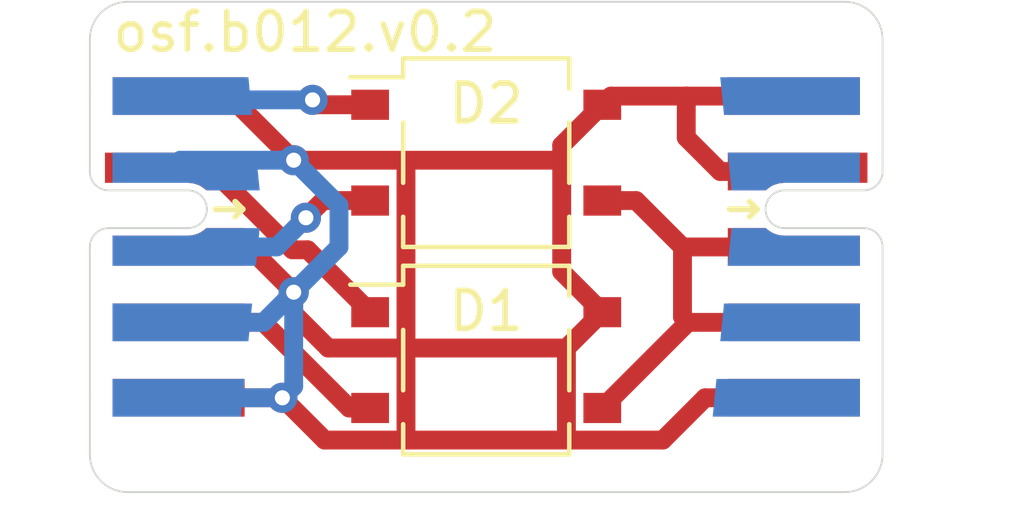
<source format=kicad_pcb>
(kicad_pcb (version 20211014) (generator pcbnew)
  (layers (0 "F.Cu" signal) (31 "B.Cu" signal) (34 "B.Paste" user) (35 "F.Paste" user) (36 "B.SilkS" user "B.Silkscreen") (37 "F.SilkS" user "F.Silkscreen") (38 "B.Mask" user) (39 "F.Mask" user) (44 "Edge.Cuts" user))
  (net 0 "")
  (net 1 "GND")
  (net 2 "Net-(D1-Pad3)")
  (net 3 "Net-(D1-Pad2)")
  (net 4 "Net-(D1-Pad1)")
  (net 5 "Net-(D2-Pad2)")
  (net 6 "Net-(D2-Pad1)")
  (footprint "Package_TO_SOT_SMD:TO-269AA" (layer "F.Cu") (at 150.5 109.5)
    (fp_text reference "D1" (at 0 -1.3) (layer "F.SilkS"))
    (fp_text value "MB2S")
    (fp_line (start 2.2 -1.7) (end 2.2 -2.5) (layer "F.SilkS") (width 0.12))
    (fp_line (start 2.2 2.5) (end -2.2 2.5) (layer "F.SilkS") (width 0.12))
    (fp_line (start -2.2 -2) (end -3.6 -2) (layer "F.SilkS") (width 0.12))
    (fp_line (start -2.2 -0.8) (end -2.2 0.8) (layer "F.SilkS") (width 0.12))
    (fp_line (start 2.2 -0.8) (end 2.2 0.8) (layer "F.SilkS") (width 0.12))
    (fp_line (start -2.2 2.5) (end -2.2 1.7) (layer "F.SilkS") (width 0.12))
    (fp_line (start -2.2 -2.5) (end -2.2 -2) (layer "F.SilkS") (width 0.12))
    (fp_line (start 2.2 -2.5) (end -2.2 -2.5) (layer "F.SilkS") (width 0.12))
    (fp_line (start 2.2 1.7) (end 2.2 2.5) (layer "F.SilkS") (width 0.12))
    (pad "1" smd rect locked (at -3.075 -1.27) (size 1 0.8) (layers "F.Cu" "F.Paste" "F.Mask") (net 4 "Net-(D1-Pad1)"))
    (pad "2" smd rect locked (at -3.075 1.27) (size 1 0.8) (layers "F.Cu" "F.Paste" "F.Mask") (net 3 "Net-(D1-Pad2)"))
    (pad "3" smd rect locked (at 3.075 1.27) (size 1 0.8) (layers "F.Cu" "F.Paste" "F.Mask") (net 2 "Net-(D1-Pad3)"))
    (pad "4" smd rect locked (at 3.075 -1.27) (size 1 0.8) (layers "F.Cu" "F.Paste" "F.Mask") (net 1 "GND"))
  )
  (footprint "Package_TO_SOT_SMD:TO-269AA" (layer "F.Cu") (at 150.5 104)
    (fp_text reference "D2" (at 0 -1.3) (layer "F.SilkS"))
    (fp_text value "MB2S")
    (fp_line (start -2.2 -2.5) (end -2.2 -2) (layer "F.SilkS") (width 0.12))
    (fp_line (start 2.2 -1.7) (end 2.2 -2.5) (layer "F.SilkS") (width 0.12))
    (fp_line (start 2.2 1.7) (end 2.2 2.5) (layer "F.SilkS") (width 0.12))
    (fp_line (start -2.2 -0.8) (end -2.2 0.8) (layer "F.SilkS") (width 0.12))
    (fp_line (start 2.2 -0.8) (end 2.2 0.8) (layer "F.SilkS") (width 0.12))
    (fp_line (start -2.2 -2) (end -3.6 -2) (layer "F.SilkS") (width 0.12))
    (fp_line (start 2.2 2.5) (end -2.2 2.5) (layer "F.SilkS") (width 0.12))
    (fp_line (start -2.2 2.5) (end -2.2 1.7) (layer "F.SilkS") (width 0.12))
    (fp_line (start 2.2 -2.5) (end -2.2 -2.5) (layer "F.SilkS") (width 0.12))
    (pad "1" smd rect locked (at -3.075 -1.27) (size 1 0.8) (layers "F.Cu" "F.Paste" "F.Mask") (net 6 "Net-(D2-Pad1)"))
    (pad "2" smd rect locked (at -3.075 1.27) (size 1 0.8) (layers "F.Cu" "F.Paste" "F.Mask") (net 5 "Net-(D2-Pad2)"))
    (pad "3" smd rect locked (at 3.075 1.27) (size 1 0.8) (layers "F.Cu" "F.Paste" "F.Mask") (net 2 "Net-(D1-Pad3)"))
    (pad "4" smd rect locked (at 3.075 -1.27) (size 1 0.8) (layers "F.Cu" "F.Paste" "F.Mask") (net 1 "GND"))
  )
  (footprint "on_edge:on_edge_2x05_device" (layer "F.Cu") (at 140 106.5 -90)
    (fp_text reference "J1")
    (fp_text value "004_BASE-T_CT_2x3")
    (fp_line (start -1 -4.05) (end -1 -3.323) (layer "F.SilkS") (width 0.153))
    (fp_line (start -1 -4.05) (end -0.8 -3.85) (layer "F.SilkS") (width 0.153))
    (fp_line (start -1.2 -3.85) (end -1 -4.05) (layer "F.SilkS") (width 0.153))
    (fp_line (start -1.5 -2.6) (end -1.5 -0.5) (layer "Edge.Cuts") (width 0.05))
    (fp_line (start -4 0) (end -2 0) (layer "Edge.Cuts") (width 0.05))
    (fp_line (start 0 0) (end 4 0) (layer "Edge.Cuts") (width 0.05))
    (fp_line (start -0.5 -0.5) (end -0.5 -2.6) (layer "Edge.Cuts") (width 0.05))
    (fp_arc (start -1.5 -2.6) (mid -1 -3.1) (end -0.5 -2.6) (layer "Edge.Cuts") (width 0.05))
    (fp_arc (start -1.5 -0.5) (mid -1.646447 -0.146447) (end -2 0) (layer "Edge.Cuts") (width 0.05))
    (fp_arc (start 0 0) (mid -0.353553 -0.146447) (end -0.5 -0.5) (layer "Edge.Cuts") (width 0.05))
    (pad "1" smd rect locked (at -4 -2.35 90) (size 1 3.5) (layers "F.Cu" "F.Mask") (net 1 "GND"))
    (pad "2" smd custom locked (at -2 -3.6 270) (size 1 1) (layers "F.Cu" "F.Mask") (net 4 "Net-(D1-Pad1)") (options (clearance outline) (anchor rect)) (primitives (gr_poly (pts (xy 0.5 0.52) (xy 0.48 0.54) (xy 0.44 0.59) (xy 0.4 0.65) (xy 0.37 0.7) (xy 0.35 0.75) (xy 0.33 0.81) (xy 0.31 0.89) (xy 0.3 1) (xy 0.3 3.2) (xy -0.5 3.2) (xy -0.5 -0.5) (xy 0.5 -0.5)) (width 0) (fill yes))))
    (pad "3" smd custom locked (at 0 -3.6 270) (size 1 1) (layers "F.Cu" "F.Mask") (net 1 "GND") (options (clearance outline) (anchor rect)) (primitives (gr_poly (pts (xy 0.5 3) (xy -0.3 3) (xy -0.3 1) (xy -0.31 0.89) (xy -0.33 0.81) (xy -0.35 0.75) (xy -0.37 0.7) (xy -0.4 0.65) (xy -0.44 0.59) (xy -0.48 0.54) (xy -0.5 0.52) (xy -0.5 -0.5) (xy 0.5 -0.5)) (width 0) (fill yes))))
    (pad "4" smd rect locked (at 2 -2.35 90) (size 1 3.5) (layers "F.Cu" "F.Mask") (net 3 "Net-(D1-Pad2)"))
    (pad "5" smd rect locked (at 4 -2.35 90) (size 1 3.5) (layers "F.Cu" "F.Mask") (net 1 "GND"))
    (pad "6" smd custom locked (at -4 -2.4 270) (size 1 3.6) (layers "B.Cu" "B.Mask") (net 6 "Net-(D2-Pad1)") (options (clearance outline) (anchor rect)) (primitives (gr_poly (pts (xy 0.5 -1.8) (xy -0.5 -1.8) (xy 0.5 -1.9)) (width 0) (fill yes))))
    (pad "7" smd custom locked (at -2 -2.1 270) (size 0.4 0.4) (layers "B.Cu" "B.Mask") (net 1 "GND") (options (clearance outline) (anchor rect)) (primitives (gr_poly (pts (xy 0.5 -0.99) (xy 0.48 -0.97) (xy 0.44 -0.92) (xy 0.4 -0.86) (xy 0.37 -0.81) (xy 0.35 -0.76) (xy 0.33 -0.7) (xy 0.31 -0.62) (xy 0.3 -0.51) (xy 0.3 1.5) (xy -0.5 1.5) (xy -0.5 -2.3) (xy 0.5 -2.4)) (width 0) (fill yes))))
    (pad "8" smd custom locked (at 0 -2.1 270) (size 0.4 0.4) (layers "B.Cu" "B.Mask") (net 5 "Net-(D2-Pad2)") (options (clearance outline) (anchor rect)) (primitives (gr_poly (pts (xy 0.5 -2.3) (xy 0.5 1.5) (xy -0.3 1.5) (xy -0.3 -0.51) (xy -0.31 -0.62) (xy -0.33 -0.7) (xy -0.35 -0.76) (xy -0.37 -0.81) (xy -0.4 -0.86) (xy -0.44 -0.92) (xy -0.48 -0.97) (xy -0.5 -0.99) (xy -0.5 -2.4)) (width 0) (fill yes))))
    (pad "9" smd custom locked (at 2 -2.4 270) (size 1 3.6) (layers "B.Cu" "B.Mask") (net 1 "GND") (options (clearance outline) (anchor rect)) (primitives (gr_poly (pts (xy 0.5 -1.8) (xy -0.5 -1.8) (xy -0.5 -1.9)) (width 0) (fill yes))))
    (pad "10" smd custom locked (at 4 -2.3 270) (size 1 3.4) (layers "B.Cu" "B.Mask") (net 1 "GND") (options (clearance outline) (anchor rect)) (primitives (gr_poly (pts (xy 0.5 -1.7) (xy -0.5 -1.7) (xy -0.5 -1.8)) (width 0) (fill yes))))
  )
  (footprint "on_edge:on_edge_2x05_host" (layer "F.Cu") (at 161 106.5 -90)
    (fp_text reference "J2")
    (fp_text value "PoE_2x2")
    (fp_line (start -1 4.05) (end -1 3.323) (layer "F.SilkS") (width 0.153))
    (fp_line (start -1 3.323) (end -1.2 3.523) (layer "F.SilkS") (width 0.153))
    (fp_line (start -0.8 3.523) (end -1 3.323) (layer "F.SilkS") (width 0.153))
    (fp_line (start -1.5 0.5) (end -1.5 2.6) (layer "Edge.Cuts") (width 0.05))
    (fp_line (start 0 0) (end 4 0) (layer "Edge.Cuts") (width 0.05))
    (fp_line (start -0.5 2.6) (end -0.5 0.5) (layer "Edge.Cuts") (width 0.05))
    (fp_line (start -4 0) (end -2 0) (layer "Edge.Cuts") (width 0.05))
    (fp_arc (start -2 0) (mid -1.646447 0.146447) (end -1.5 0.5) (layer "Edge.Cuts") (width 0.05))
    (fp_arc (start -0.5 2.6) (mid -1 3.1) (end -1.5 2.6) (layer "Edge.Cuts") (width 0.05))
    (fp_arc (start -0.5 0.5) (mid -0.353553 0.146447) (end 0 0) (layer "Edge.Cuts") (width 0.05))
    (pad "1" smd rect locked (at -4 2.35 270) (size 1 3.5) (layers "F.Cu" "F.Mask") (net 1 "GND"))
    (pad "2" smd custom locked (at -2 3.6 270) (size 1 1) (layers "F.Cu" "F.Mask") (net 1 "GND") (options (clearance outline) (anchor rect)) (primitives (gr_poly (pts (xy 0.3 -0.99) (xy 0.31 -0.88) (xy 0.33 -0.8) (xy 0.35 -0.74) (xy 0.37 -0.69) (xy 0.4 -0.64) (xy 0.44 -0.58) (xy 0.48 -0.53) (xy 0.5 -0.51) (xy 0.5 0.5) (xy -0.5 0.5) (xy -0.5 -3.2) (xy 0.3 -3.2)) (width 0) (fill yes))))
    (pad "3" smd custom locked (at 0 3.6 270) (size 1 1) (layers "F.Cu" "F.Mask") (net 2 "Net-(D1-Pad3)") (options (clearance outline) (anchor rect)) (primitives (gr_poly (pts (xy 0.5 0.5) (xy -0.5 0.5) (xy -0.5 -0.51) (xy -0.48 -0.53) (xy -0.44 -0.58) (xy -0.4 -0.64) (xy -0.37 -0.69) (xy -0.35 -0.74) (xy -0.33 -0.8) (xy -0.31 -0.88) (xy -0.3 -0.99) (xy -0.3 -3) (xy 0.5 -3)) (width 0) (fill yes))))
    (pad "4" smd rect locked (at 2 2.35 270) (size 1 3.5) (layers "F.Cu" "F.Mask") (net 2 "Net-(D1-Pad3)"))
    (pad "5" smd rect locked (at 4 2.35 270) (size 1 3.5) (layers "F.Cu" "F.Mask") (net 1 "GND"))
    (pad "6" smd custom locked (at -4 2.4 90) (size 1 3.6) (layers "B.Cu" "B.Mask") (options (clearance outline) (anchor rect)) (primitives (gr_poly (pts (xy 0.5 -1.8) (xy -0.5 -1.8) (xy 0.5 -1.9)) (width 0) (fill yes))))
    (pad "7" smd custom locked (at -2 2.1 90) (size 0.4 0.4) (layers "B.Cu" "B.Mask") (options (clearance outline) (anchor rect)) (primitives (gr_poly (pts (xy 0.5 1.5) (xy -0.3 1.5) (xy -0.3 -0.51) (xy -0.31 -0.62) (xy -0.33 -0.7) (xy -0.35 -0.76) (xy -0.37 -0.81) (xy -0.4 -0.86) (xy -0.44 -0.92) (xy -0.48 -0.97) (xy -0.5 -0.99) (xy -0.5 -1.9) (xy 0.5 -2)) (width 0) (fill yes))))
    (pad "8" smd custom locked (at 0 2.1 90) (size 0.4 0.4) (layers "B.Cu" "B.Mask") (options (clearance outline) (anchor rect)) (primitives (gr_poly (pts (xy 0.5 -1.9) (xy 0.5 -0.99) (xy 0.48 -0.97) (xy 0.44 -0.92) (xy 0.4 -0.86) (xy 0.37 -0.81) (xy 0.35 -0.76) (xy 0.33 -0.7) (xy 0.31 -0.62) (xy 0.3 -0.51) (xy 0.3 1.5) (xy -0.5 1.5) (xy -0.5 -2)) (width 0) (fill yes))))
    (pad "9" smd custom locked (at 2 2.4 90) (size 1 3.6) (layers "B.Cu" "B.Mask") (options (clearance outline) (anchor rect)) (primitives (gr_poly (pts (xy 0.5 -1.8) (xy -0.5 -1.8) (xy -0.5 -1.9)) (width 0) (fill yes))))
    (pad "10" smd custom locked (at 4 2.5 90) (size 1 3.8) (layers "B.Cu" "B.Mask") (options (clearance outline) (anchor rect)) (primitives (gr_poly (pts (xy 0.5 -1.9) (xy -0.5 -1.9) (xy -0.5 -2)) (width 0) (fill yes))))
  )
  (gr_line (start 161 110.5) (end 161 112) (layer "Edge.Cuts") (width 0.05))
  (gr_arc (start 140 101) (mid 140.292893 100.292893) (end 141 100) (layer "Edge.Cuts") (width 0.05))
  (gr_line (start 140 110.5) (end 140 112) (layer "Edge.Cuts") (width 0.05))
  (gr_line (start 161 102.5) (end 161 101) (layer "Edge.Cuts") (width 0.05))
  (gr_arc (start 141 113) (mid 140.292893 112.707107) (end 140 112) (layer "Edge.Cuts") (width 0.05))
  (gr_line (start 141 113) (end 160 113) (layer "Edge.Cuts") (width 0.05))
  (gr_arc (start 161 112) (mid 160.707107 112.707107) (end 160 113) (layer "Edge.Cuts") (width 0.05))
  (gr_line (start 141 100) (end 160 100) (layer "Edge.Cuts") (width 0.05))
  (gr_arc (start 160 100) (mid 160.707107 100.292893) (end 161 101) (layer "Edge.Cuts") (width 0.05))
  (gr_line (start 140 102.5) (end 140 101) (layer "Edge.Cuts") (width 0.05))
  (gr_text "osf.b012.v0.2" (at 145.7 100.8) (layer "F.SilkS") (effects (font (size 1 1))))
  (segment (start 146.220001 111.620001) (end 148.420001 111.620001) (width 0.5) (layer "F.Cu") (net 1))
  (segment (start 144.2 106.5) (end 145.4 107.7) (width 0.5) (layer "F.Cu") (net 1))
  (segment (start 142.35 110.5) (end 145.1 110.5) (width 0.5) (layer "F.Cu") (net 1))
  (segment (start 145.4 104.2) (end 148.3 104.2) (width 0.5) (layer "F.Cu") (net 1))
  (segment (start 156.3 110.5) (end 155.179999 111.620001) (width 0.5) (layer "F.Cu") (net 1))
  (segment (start 153.805 102.5) (end 153.575 102.73) (width 0.5) (layer "F.Cu") (net 1))
  (segment (start 153.575 108.23) (end 152.5 107.155) (width 0.5) (layer "F.Cu") (net 1))
  (segment (start 152.714999 111.620001) (end 152.624999 111.530001) (width 0.5) (layer "F.Cu") (net 1))
  (segment (start 145.1 110.5) (end 146.220001 111.620001) (width 0.5) (layer "F.Cu") (net 1))
  (segment (start 157.4 104.5) (end 156.7 104.5) (width 0.5) (layer "F.Cu") (net 1))
  (segment (start 156.7 104.5) (end 155.8 103.6) (width 0.5) (layer "F.Cu") (net 1))
  (segment (start 152.5 107.155) (end 152.5 104.1) (width 0.5) (layer "F.Cu") (net 1))
  (segment (start 152.624999 109.180001) (end 153.575 108.23) (width 0.5) (layer "F.Cu") (net 1))
  (segment (start 145.4 108.265685) (end 146.314316 109.180001) (width 0.5) (layer "F.Cu") (net 1))
  (segment (start 146.314316 109.180001) (end 152.624999 109.180001) (width 0.5) (layer "F.Cu") (net 1))
  (segment (start 148.420001 111.620001) (end 152.714999 111.620001) (width 0.5) (layer "F.Cu") (net 1))
  (segment (start 152.624999 111.530001) (end 152.624999 109.180001) (width 0.5) (layer "F.Cu") (net 1))
  (segment (start 148.3 104.2) (end 148.375001 104.275001) (width 0.5) (layer "F.Cu") (net 1))
  (segment (start 152.5 103.805) (end 153.575 102.73) (width 0.5) (layer "F.Cu") (net 1))
  (segment (start 155.8 102.5) (end 153.805 102.5) (width 0.5) (layer "F.Cu") (net 1))
  (segment (start 158.65 102.5) (end 155.8 102.5) (width 0.5) (layer "F.Cu") (net 1))
  (segment (start 155.8 103.6) (end 155.8 102.5) (width 0.5) (layer "F.Cu") (net 1))
  (segment (start 145.4 107.7) (end 145.4 108.265685) (width 0.5) (layer "F.Cu") (net 1))
  (segment (start 152.4 104.2) (end 152.5 104.1) (width 0.5) (layer "F.Cu") (net 1))
  (segment (start 155.179999 111.620001) (end 152.714999 111.620001) (width 0.5) (layer "F.Cu") (net 1))
  (segment (start 148.3 104.2) (end 152.4 104.2) (width 0.5) (layer "F.Cu") (net 1))
  (segment (start 158.65 110.5) (end 156.3 110.5) (width 0.5) (layer "F.Cu") (net 1))
  (segment (start 142.35 102.5) (end 143.7 102.5) (width 0.5) (layer "F.Cu") (net 1))
  (segment (start 143.7 102.5) (end 145.4 104.2) (width 0.5) (layer "F.Cu") (net 1))
  (segment (start 152.5 104.1) (end 152.5 103.805) (width 0.5) (layer "F.Cu") (net 1))
  (segment (start 143.6 106.5) (end 144.2 106.5) (width 0.5) (layer "F.Cu") (net 1))
  (segment (start 148.375001 111.575001) (end 148.420001 111.620001) (width 0.5) (layer "F.Cu") (net 1))
  (segment (start 148.375001 104.275001) (end 148.375001 111.575001) (width 0.5) (layer "F.Cu") (net 1))
  (via (at 145.4 107.7) (size 0.8) (drill 0.4) (layers "F.Cu" "B.Cu") (net 1))
  (via (at 145.4 104.2) (size 0.8) (drill 0.4) (layers "F.Cu" "B.Cu") (net 1))
  (via (at 145.1 110.5) (size 0.8) (drill 0.4) (layers "F.Cu" "B.Cu") (net 1))
  (segment (start 145.4 110.2) (end 145.4 107.7) (width 0.5) (layer "B.Cu") (net 1))
  (segment (start 146.6 105.4) (end 145.4 104.2) (width 0.5) (layer "B.Cu") (net 1))
  (segment (start 142.4 108.5) (end 144.6 108.5) (width 0.5) (layer "B.Cu") (net 1))
  (segment (start 145.4 104.2) (end 142.4 104.2) (width 0.5) (layer "B.Cu") (net 1))
  (segment (start 142.4 104.2) (end 142.1 104.5) (width 0.5) (layer "B.Cu") (net 1))
  (segment (start 146.6 106.5) (end 146.6 105.4) (width 0.5) (layer "B.Cu") (net 1))
  (segment (start 145.4 107.7) (end 146.6 106.5) (width 0.5) (layer "B.Cu") (net 1))
  (segment (start 144.6 108.5) (end 145.4 107.7) (width 0.5) (layer "B.Cu") (net 1))
  (segment (start 145.1 110.5) (end 145.4 110.2) (width 0.5) (layer "B.Cu") (net 1))
  (segment (start 142.3 110.5) (end 145.1 110.5) (width 0.5) (layer "B.Cu") (net 1))
  (segment (start 155.7 108.355) (end 155.845 108.5) (width 0.5) (layer "F.Cu") (net 2))
  (segment (start 155.7 106.5) (end 157.4 106.5) (width 0.5) (layer "F.Cu") (net 2))
  (segment (start 153.575 105.27) (end 154.47 105.27) (width 0.5) (layer "F.Cu") (net 2))
  (segment (start 155.7 106.5) (end 155.7 108.355) (width 0.5) (layer "F.Cu") (net 2))
  (segment (start 153.575 110.77) (end 155.845 108.5) (width 0.5) (layer "F.Cu") (net 2))
  (segment (start 155.845 108.5) (end 158.65 108.5) (width 0.5) (layer "F.Cu") (net 2))
  (segment (start 154.47 105.27) (end 155.7 106.5) (width 0.5) (layer "F.Cu") (net 2))
  (segment (start 144.6 108.5) (end 146.87 110.77) (width 0.5) (layer "F.Cu") (net 3))
  (segment (start 142.35 108.5) (end 144.6 108.5) (width 0.5) (layer "F.Cu") (net 3))
  (segment (start 146.87 110.77) (end 147.425 110.77) (width 0.5) (layer "F.Cu") (net 3))
  (segment (start 147.425 108.23) (end 145.771045 106.576045) (width 0.5) (layer "F.Cu") (net 4))
  (segment (start 145.368033 106.576045) (end 143.6 104.808012) (width 0.5) (layer "F.Cu") (net 4))
  (segment (start 145.771045 106.576045) (end 145.368033 106.576045) (width 0.5) (layer "F.Cu") (net 4))
  (segment (start 143.6 104.808012) (end 143.6 104.5) (width 0.5) (layer "F.Cu") (net 4))
  (segment (start 147.425 105.27) (end 146.17999 105.27) (width 0.5) (layer "F.Cu") (net 5))
  (segment (start 146.17999 105.27) (end 145.723947 105.726043) (width 0.5) (layer "F.Cu") (net 5))
  (via (at 145.723947 105.726043) (size 0.8) (drill 0.4) (layers "F.Cu" "B.Cu") (net 5))
  (segment (start 142.1 106.5) (end 144.94999 106.5) (width 0.5) (layer "B.Cu") (net 5))
  (segment (start 144.94999 106.5) (end 145.723947 105.726043) (width 0.5) (layer "B.Cu") (net 5))
  (segment (start 147.425 102.73) (end 146.03 102.73) (width 0.5) (layer "F.Cu") (net 6))
  (segment (start 146.03 102.73) (end 145.9 102.6) (width 0.5) (layer "F.Cu") (net 6))
  (via (at 145.9 102.6) (size 0.8) (drill 0.4) (layers "F.Cu" "B.Cu") (net 6))
  (segment (start 142.5 102.6) (end 142.4 102.5) (width 0.5) (layer "B.Cu") (net 6))
  (segment (start 145.9 102.6) (end 142.5 102.6) (width 0.5) (layer "B.Cu") (net 6))
)
</source>
